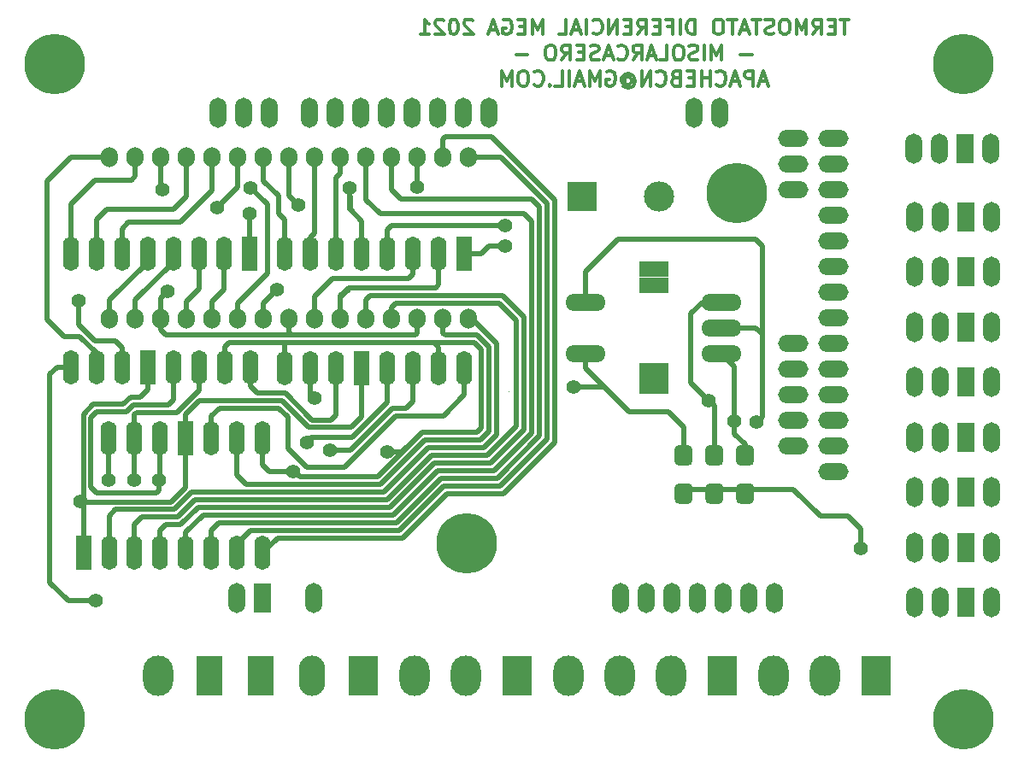
<source format=gbr>
%TF.GenerationSoftware,KiCad,Pcbnew,5.1.10*%
%TF.CreationDate,2021-09-04T21:06:35+02:00*%
%TF.ProjectId,Termostato-Diferencial-Mega,5465726d-6f73-4746-9174-6f2d44696665,rev?*%
%TF.SameCoordinates,PX9048090PY5896390*%
%TF.FileFunction,Copper,L2,Bot*%
%TF.FilePolarity,Positive*%
%FSLAX46Y46*%
G04 Gerber Fmt 4.6, Leading zero omitted, Abs format (unit mm)*
G04 Created by KiCad (PCBNEW 5.1.10) date 2021-09-04 21:06:35*
%MOMM*%
%LPD*%
G01*
G04 APERTURE LIST*
%TA.AperFunction,NonConductor*%
%ADD10C,0.300000*%
%TD*%
%TA.AperFunction,NonConductor*%
%ADD11C,0.100000*%
%TD*%
%TA.AperFunction,ComponentPad*%
%ADD12O,1.700000X3.000000*%
%TD*%
%TA.AperFunction,ComponentPad*%
%ADD13R,1.700000X3.000000*%
%TD*%
%TA.AperFunction,ComponentPad*%
%ADD14O,4.000000X1.700000*%
%TD*%
%TA.AperFunction,ComponentPad*%
%ADD15R,3.000000X1.500000*%
%TD*%
%TA.AperFunction,SMDPad,CuDef*%
%ADD16R,3.000000X1.500000*%
%TD*%
%TA.AperFunction,ComponentPad*%
%ADD17O,3.000000X1.700000*%
%TD*%
%TA.AperFunction,ComponentPad*%
%ADD18O,1.700000X2.000000*%
%TD*%
%TA.AperFunction,ComponentPad*%
%ADD19C,6.000000*%
%TD*%
%TA.AperFunction,SMDPad,CuDef*%
%ADD20O,1.600000X3.400000*%
%TD*%
%TA.AperFunction,SMDPad,CuDef*%
%ADD21R,1.600000X3.400000*%
%TD*%
%TA.AperFunction,ComponentPad*%
%ADD22R,3.000000X3.000000*%
%TD*%
%TA.AperFunction,ComponentPad*%
%ADD23O,3.000000X3.000000*%
%TD*%
%TA.AperFunction,ComponentPad*%
%ADD24O,3.000000X4.000000*%
%TD*%
%TA.AperFunction,ComponentPad*%
%ADD25R,2.600000X4.000000*%
%TD*%
%TA.AperFunction,ComponentPad*%
%ADD26O,2.600000X4.000000*%
%TD*%
%TA.AperFunction,ComponentPad*%
%ADD27R,3.000000X4.000000*%
%TD*%
%TA.AperFunction,ViaPad*%
%ADD28C,1.400000*%
%TD*%
%TA.AperFunction,Conductor*%
%ADD29C,0.500000*%
%TD*%
G04 APERTURE END LIST*
D10*
X33685714Y36901429D02*
X32828571Y36901429D01*
X33257142Y35401429D02*
X33257142Y36901429D01*
X32328571Y36187143D02*
X31828571Y36187143D01*
X31614285Y35401429D02*
X32328571Y35401429D01*
X32328571Y36901429D01*
X31614285Y36901429D01*
X30114285Y35401429D02*
X30614285Y36115715D01*
X30971428Y35401429D02*
X30971428Y36901429D01*
X30400000Y36901429D01*
X30257142Y36830000D01*
X30185714Y36758572D01*
X30114285Y36615715D01*
X30114285Y36401429D01*
X30185714Y36258572D01*
X30257142Y36187143D01*
X30400000Y36115715D01*
X30971428Y36115715D01*
X29471428Y35401429D02*
X29471428Y36901429D01*
X28971428Y35830000D01*
X28471428Y36901429D01*
X28471428Y35401429D01*
X27471428Y36901429D02*
X27185714Y36901429D01*
X27042857Y36830000D01*
X26900000Y36687143D01*
X26828571Y36401429D01*
X26828571Y35901429D01*
X26900000Y35615715D01*
X27042857Y35472858D01*
X27185714Y35401429D01*
X27471428Y35401429D01*
X27614285Y35472858D01*
X27757142Y35615715D01*
X27828571Y35901429D01*
X27828571Y36401429D01*
X27757142Y36687143D01*
X27614285Y36830000D01*
X27471428Y36901429D01*
X26257142Y35472858D02*
X26042857Y35401429D01*
X25685714Y35401429D01*
X25542857Y35472858D01*
X25471428Y35544286D01*
X25400000Y35687143D01*
X25400000Y35830000D01*
X25471428Y35972858D01*
X25542857Y36044286D01*
X25685714Y36115715D01*
X25971428Y36187143D01*
X26114285Y36258572D01*
X26185714Y36330000D01*
X26257142Y36472858D01*
X26257142Y36615715D01*
X26185714Y36758572D01*
X26114285Y36830000D01*
X25971428Y36901429D01*
X25614285Y36901429D01*
X25400000Y36830000D01*
X24971428Y36901429D02*
X24114285Y36901429D01*
X24542857Y35401429D02*
X24542857Y36901429D01*
X23685714Y35830000D02*
X22971428Y35830000D01*
X23828571Y35401429D02*
X23328571Y36901429D01*
X22828571Y35401429D01*
X22542857Y36901429D02*
X21685714Y36901429D01*
X22114285Y35401429D02*
X22114285Y36901429D01*
X20900000Y36901429D02*
X20614285Y36901429D01*
X20471428Y36830000D01*
X20328571Y36687143D01*
X20257142Y36401429D01*
X20257142Y35901429D01*
X20328571Y35615715D01*
X20471428Y35472858D01*
X20614285Y35401429D01*
X20900000Y35401429D01*
X21042857Y35472858D01*
X21185714Y35615715D01*
X21257142Y35901429D01*
X21257142Y36401429D01*
X21185714Y36687143D01*
X21042857Y36830000D01*
X20900000Y36901429D01*
X18471428Y35401429D02*
X18471428Y36901429D01*
X18114285Y36901429D01*
X17900000Y36830000D01*
X17757142Y36687143D01*
X17685714Y36544286D01*
X17614285Y36258572D01*
X17614285Y36044286D01*
X17685714Y35758572D01*
X17757142Y35615715D01*
X17900000Y35472858D01*
X18114285Y35401429D01*
X18471428Y35401429D01*
X16971428Y35401429D02*
X16971428Y36901429D01*
X15757142Y36187143D02*
X16257142Y36187143D01*
X16257142Y35401429D02*
X16257142Y36901429D01*
X15542857Y36901429D01*
X14971428Y36187143D02*
X14471428Y36187143D01*
X14257142Y35401429D02*
X14971428Y35401429D01*
X14971428Y36901429D01*
X14257142Y36901429D01*
X12757142Y35401429D02*
X13257142Y36115715D01*
X13614285Y35401429D02*
X13614285Y36901429D01*
X13042857Y36901429D01*
X12900000Y36830000D01*
X12828571Y36758572D01*
X12757142Y36615715D01*
X12757142Y36401429D01*
X12828571Y36258572D01*
X12900000Y36187143D01*
X13042857Y36115715D01*
X13614285Y36115715D01*
X12114285Y36187143D02*
X11614285Y36187143D01*
X11400000Y35401429D02*
X12114285Y35401429D01*
X12114285Y36901429D01*
X11400000Y36901429D01*
X10757142Y35401429D02*
X10757142Y36901429D01*
X9900000Y35401429D01*
X9900000Y36901429D01*
X8328571Y35544286D02*
X8400000Y35472858D01*
X8614285Y35401429D01*
X8757142Y35401429D01*
X8971428Y35472858D01*
X9114285Y35615715D01*
X9185714Y35758572D01*
X9257142Y36044286D01*
X9257142Y36258572D01*
X9185714Y36544286D01*
X9114285Y36687143D01*
X8971428Y36830000D01*
X8757142Y36901429D01*
X8614285Y36901429D01*
X8400000Y36830000D01*
X8328571Y36758572D01*
X7685714Y35401429D02*
X7685714Y36901429D01*
X7042857Y35830000D02*
X6328571Y35830000D01*
X7185714Y35401429D02*
X6685714Y36901429D01*
X6185714Y35401429D01*
X4971428Y35401429D02*
X5685714Y35401429D01*
X5685714Y36901429D01*
X3328571Y35401429D02*
X3328571Y36901429D01*
X2828571Y35830000D01*
X2328571Y36901429D01*
X2328571Y35401429D01*
X1614285Y36187143D02*
X1114285Y36187143D01*
X900000Y35401429D02*
X1614285Y35401429D01*
X1614285Y36901429D01*
X900000Y36901429D01*
X-528572Y36830000D02*
X-385715Y36901429D01*
X-171429Y36901429D01*
X42857Y36830000D01*
X185714Y36687143D01*
X257142Y36544286D01*
X328571Y36258572D01*
X328571Y36044286D01*
X257142Y35758572D01*
X185714Y35615715D01*
X42857Y35472858D01*
X-171429Y35401429D01*
X-314286Y35401429D01*
X-528572Y35472858D01*
X-600000Y35544286D01*
X-600000Y36044286D01*
X-314286Y36044286D01*
X-1171429Y35830000D02*
X-1885715Y35830000D01*
X-1028572Y35401429D02*
X-1528572Y36901429D01*
X-2028572Y35401429D01*
X-3600000Y36758572D02*
X-3671429Y36830000D01*
X-3814286Y36901429D01*
X-4171429Y36901429D01*
X-4314286Y36830000D01*
X-4385715Y36758572D01*
X-4457143Y36615715D01*
X-4457143Y36472858D01*
X-4385715Y36258572D01*
X-3528572Y35401429D01*
X-4457143Y35401429D01*
X-5385715Y36901429D02*
X-5528572Y36901429D01*
X-5671429Y36830000D01*
X-5742858Y36758572D01*
X-5814286Y36615715D01*
X-5885715Y36330000D01*
X-5885715Y35972858D01*
X-5814286Y35687143D01*
X-5742858Y35544286D01*
X-5671429Y35472858D01*
X-5528572Y35401429D01*
X-5385715Y35401429D01*
X-5242858Y35472858D01*
X-5171429Y35544286D01*
X-5100000Y35687143D01*
X-5028572Y35972858D01*
X-5028572Y36330000D01*
X-5100000Y36615715D01*
X-5171429Y36758572D01*
X-5242858Y36830000D01*
X-5385715Y36901429D01*
X-6457143Y36758572D02*
X-6528572Y36830000D01*
X-6671429Y36901429D01*
X-7028572Y36901429D01*
X-7171429Y36830000D01*
X-7242858Y36758572D01*
X-7314286Y36615715D01*
X-7314286Y36472858D01*
X-7242858Y36258572D01*
X-6385715Y35401429D01*
X-7314286Y35401429D01*
X-8742858Y35401429D02*
X-7885715Y35401429D01*
X-8314286Y35401429D02*
X-8314286Y36901429D01*
X-8171429Y36687143D01*
X-8028572Y36544286D01*
X-7885715Y36472858D01*
X24078571Y33422858D02*
X22935714Y33422858D01*
X21078571Y32851429D02*
X21078571Y34351429D01*
X20578571Y33280000D01*
X20078571Y34351429D01*
X20078571Y32851429D01*
X19364285Y32851429D02*
X19364285Y34351429D01*
X18721428Y32922858D02*
X18507142Y32851429D01*
X18150000Y32851429D01*
X18007142Y32922858D01*
X17935714Y32994286D01*
X17864285Y33137143D01*
X17864285Y33280000D01*
X17935714Y33422858D01*
X18007142Y33494286D01*
X18150000Y33565715D01*
X18435714Y33637143D01*
X18578571Y33708572D01*
X18650000Y33780000D01*
X18721428Y33922858D01*
X18721428Y34065715D01*
X18650000Y34208572D01*
X18578571Y34280000D01*
X18435714Y34351429D01*
X18078571Y34351429D01*
X17864285Y34280000D01*
X16935714Y34351429D02*
X16650000Y34351429D01*
X16507142Y34280000D01*
X16364285Y34137143D01*
X16292857Y33851429D01*
X16292857Y33351429D01*
X16364285Y33065715D01*
X16507142Y32922858D01*
X16650000Y32851429D01*
X16935714Y32851429D01*
X17078571Y32922858D01*
X17221428Y33065715D01*
X17292857Y33351429D01*
X17292857Y33851429D01*
X17221428Y34137143D01*
X17078571Y34280000D01*
X16935714Y34351429D01*
X14935714Y32851429D02*
X15650000Y32851429D01*
X15650000Y34351429D01*
X14507142Y33280000D02*
X13792857Y33280000D01*
X14650000Y32851429D02*
X14150000Y34351429D01*
X13650000Y32851429D01*
X12292857Y32851429D02*
X12792857Y33565715D01*
X13150000Y32851429D02*
X13150000Y34351429D01*
X12578571Y34351429D01*
X12435714Y34280000D01*
X12364285Y34208572D01*
X12292857Y34065715D01*
X12292857Y33851429D01*
X12364285Y33708572D01*
X12435714Y33637143D01*
X12578571Y33565715D01*
X13150000Y33565715D01*
X10792857Y32994286D02*
X10864285Y32922858D01*
X11078571Y32851429D01*
X11221428Y32851429D01*
X11435714Y32922858D01*
X11578571Y33065715D01*
X11650000Y33208572D01*
X11721428Y33494286D01*
X11721428Y33708572D01*
X11650000Y33994286D01*
X11578571Y34137143D01*
X11435714Y34280000D01*
X11221428Y34351429D01*
X11078571Y34351429D01*
X10864285Y34280000D01*
X10792857Y34208572D01*
X10221428Y33280000D02*
X9507142Y33280000D01*
X10364285Y32851429D02*
X9864285Y34351429D01*
X9364285Y32851429D01*
X8935714Y32922858D02*
X8721428Y32851429D01*
X8364285Y32851429D01*
X8221428Y32922858D01*
X8150000Y32994286D01*
X8078571Y33137143D01*
X8078571Y33280000D01*
X8150000Y33422858D01*
X8221428Y33494286D01*
X8364285Y33565715D01*
X8650000Y33637143D01*
X8792857Y33708572D01*
X8864285Y33780000D01*
X8935714Y33922858D01*
X8935714Y34065715D01*
X8864285Y34208572D01*
X8792857Y34280000D01*
X8650000Y34351429D01*
X8292857Y34351429D01*
X8078571Y34280000D01*
X7435714Y33637143D02*
X6935714Y33637143D01*
X6721428Y32851429D02*
X7435714Y32851429D01*
X7435714Y34351429D01*
X6721428Y34351429D01*
X5221428Y32851429D02*
X5721428Y33565715D01*
X6078571Y32851429D02*
X6078571Y34351429D01*
X5507142Y34351429D01*
X5364285Y34280000D01*
X5292857Y34208572D01*
X5221428Y34065715D01*
X5221428Y33851429D01*
X5292857Y33708572D01*
X5364285Y33637143D01*
X5507142Y33565715D01*
X6078571Y33565715D01*
X4292857Y34351429D02*
X4007142Y34351429D01*
X3864285Y34280000D01*
X3721428Y34137143D01*
X3650000Y33851429D01*
X3650000Y33351429D01*
X3721428Y33065715D01*
X3864285Y32922858D01*
X4007142Y32851429D01*
X4292857Y32851429D01*
X4435714Y32922858D01*
X4578571Y33065715D01*
X4650000Y33351429D01*
X4650000Y33851429D01*
X4578571Y34137143D01*
X4435714Y34280000D01*
X4292857Y34351429D01*
X1864285Y33422858D02*
X721428Y33422858D01*
X25578571Y30730000D02*
X24864285Y30730000D01*
X25721428Y30301429D02*
X25221428Y31801429D01*
X24721428Y30301429D01*
X24221428Y30301429D02*
X24221428Y31801429D01*
X23650000Y31801429D01*
X23507142Y31730000D01*
X23435714Y31658572D01*
X23364285Y31515715D01*
X23364285Y31301429D01*
X23435714Y31158572D01*
X23507142Y31087143D01*
X23650000Y31015715D01*
X24221428Y31015715D01*
X22792857Y30730000D02*
X22078571Y30730000D01*
X22935714Y30301429D02*
X22435714Y31801429D01*
X21935714Y30301429D01*
X20578571Y30444286D02*
X20650000Y30372858D01*
X20864285Y30301429D01*
X21007142Y30301429D01*
X21221428Y30372858D01*
X21364285Y30515715D01*
X21435714Y30658572D01*
X21507142Y30944286D01*
X21507142Y31158572D01*
X21435714Y31444286D01*
X21364285Y31587143D01*
X21221428Y31730000D01*
X21007142Y31801429D01*
X20864285Y31801429D01*
X20650000Y31730000D01*
X20578571Y31658572D01*
X19935714Y30301429D02*
X19935714Y31801429D01*
X19935714Y31087143D02*
X19078571Y31087143D01*
X19078571Y30301429D02*
X19078571Y31801429D01*
X18364285Y31087143D02*
X17864285Y31087143D01*
X17650000Y30301429D02*
X18364285Y30301429D01*
X18364285Y31801429D01*
X17650000Y31801429D01*
X16507142Y31087143D02*
X16292857Y31015715D01*
X16221428Y30944286D01*
X16150000Y30801429D01*
X16150000Y30587143D01*
X16221428Y30444286D01*
X16292857Y30372858D01*
X16435714Y30301429D01*
X17007142Y30301429D01*
X17007142Y31801429D01*
X16507142Y31801429D01*
X16364285Y31730000D01*
X16292857Y31658572D01*
X16221428Y31515715D01*
X16221428Y31372858D01*
X16292857Y31230000D01*
X16364285Y31158572D01*
X16507142Y31087143D01*
X17007142Y31087143D01*
X14650000Y30444286D02*
X14721428Y30372858D01*
X14935714Y30301429D01*
X15078571Y30301429D01*
X15292857Y30372858D01*
X15435714Y30515715D01*
X15507142Y30658572D01*
X15578571Y30944286D01*
X15578571Y31158572D01*
X15507142Y31444286D01*
X15435714Y31587143D01*
X15292857Y31730000D01*
X15078571Y31801429D01*
X14935714Y31801429D01*
X14721428Y31730000D01*
X14650000Y31658572D01*
X14007142Y30301429D02*
X14007142Y31801429D01*
X13150000Y30301429D01*
X13150000Y31801429D01*
X11507142Y31015715D02*
X11578571Y31087143D01*
X11721428Y31158572D01*
X11864285Y31158572D01*
X12007142Y31087143D01*
X12078571Y31015715D01*
X12150000Y30872858D01*
X12150000Y30730000D01*
X12078571Y30587143D01*
X12007142Y30515715D01*
X11864285Y30444286D01*
X11721428Y30444286D01*
X11578571Y30515715D01*
X11507142Y30587143D01*
X11507142Y31158572D02*
X11507142Y30587143D01*
X11435714Y30515715D01*
X11364285Y30515715D01*
X11221428Y30587143D01*
X11150000Y30730000D01*
X11150000Y31087143D01*
X11292857Y31301429D01*
X11507142Y31444286D01*
X11792857Y31515715D01*
X12078571Y31444286D01*
X12292857Y31301429D01*
X12435714Y31087143D01*
X12507142Y30801429D01*
X12435714Y30515715D01*
X12292857Y30301429D01*
X12078571Y30158572D01*
X11792857Y30087143D01*
X11507142Y30158572D01*
X11292857Y30301429D01*
X9721428Y31730000D02*
X9864285Y31801429D01*
X10078571Y31801429D01*
X10292857Y31730000D01*
X10435714Y31587143D01*
X10507142Y31444286D01*
X10578571Y31158572D01*
X10578571Y30944286D01*
X10507142Y30658572D01*
X10435714Y30515715D01*
X10292857Y30372858D01*
X10078571Y30301429D01*
X9935714Y30301429D01*
X9721428Y30372858D01*
X9650000Y30444286D01*
X9650000Y30944286D01*
X9935714Y30944286D01*
X9007142Y30301429D02*
X9007142Y31801429D01*
X8507142Y30730000D01*
X8007142Y31801429D01*
X8007142Y30301429D01*
X7364285Y30730000D02*
X6650000Y30730000D01*
X7507142Y30301429D02*
X7007142Y31801429D01*
X6507142Y30301429D01*
X6007142Y30301429D02*
X6007142Y31801429D01*
X4578571Y30301429D02*
X5292857Y30301429D01*
X5292857Y31801429D01*
X4078571Y30444286D02*
X4007142Y30372858D01*
X4078571Y30301429D01*
X4150000Y30372858D01*
X4078571Y30444286D01*
X4078571Y30301429D01*
X2507142Y30444286D02*
X2578571Y30372858D01*
X2792857Y30301429D01*
X2935714Y30301429D01*
X3150000Y30372858D01*
X3292857Y30515715D01*
X3364285Y30658572D01*
X3435714Y30944286D01*
X3435714Y31158572D01*
X3364285Y31444286D01*
X3292857Y31587143D01*
X3150000Y31730000D01*
X2935714Y31801429D01*
X2792857Y31801429D01*
X2578571Y31730000D01*
X2507142Y31658572D01*
X1578571Y31801429D02*
X1292857Y31801429D01*
X1150000Y31730000D01*
X1007142Y31587143D01*
X935714Y31301429D01*
X935714Y30801429D01*
X1007142Y30515715D01*
X1150000Y30372858D01*
X1292857Y30301429D01*
X1578571Y30301429D01*
X1721428Y30372858D01*
X1864285Y30515715D01*
X1935714Y30801429D01*
X1935714Y31301429D01*
X1864285Y31587143D01*
X1721428Y31730000D01*
X1578571Y31801429D01*
X292857Y30301429D02*
X292857Y31801429D01*
X-207143Y30730000D01*
X-707143Y31801429D01*
X-707143Y30301429D01*
D11*
X50000Y0D02*
G75*
G03*
X50000Y0I-50000J0D01*
G01*
D12*
%TO.P,RELE-3-4,4*%
%TO.N,/PIN10-45*%
X40186400Y-15458900D03*
%TO.P,RELE-3-4,3*%
%TO.N,/PIN10-43*%
X42726400Y-15458900D03*
D13*
%TO.P,RELE-3-4,2*%
%TO.N,GND*%
X45266400Y-15458900D03*
D12*
%TO.P,RELE-3-4,1*%
%TO.N,VCC*%
X47806400Y-15458900D03*
%TD*%
%TO.P,RELE-1-2,4*%
%TO.N,/PIN10-49*%
X40186400Y-20919900D03*
%TO.P,RELE-1-2,3*%
%TO.N,/PIN10-47*%
X42726400Y-20919900D03*
D13*
%TO.P,RELE-1-2,2*%
%TO.N,GND*%
X45266400Y-20919900D03*
D12*
%TO.P,RELE-1-2,1*%
%TO.N,VCC*%
X47806400Y-20919900D03*
%TD*%
%TO.P,PINS5,8*%
%TO.N,Net-(PINS5-Pad8)*%
X-2008800Y27603500D03*
%TO.P,PINS5,7*%
%TO.N,Net-(PINS5-Pad7)*%
X-4548800Y27603500D03*
%TO.P,PINS5,6*%
%TO.N,/PIN5-6*%
X-7088800Y27603500D03*
%TO.P,PINS5,5*%
%TO.N,/PIN5-5*%
X-9628800Y27603500D03*
%TO.P,PINS5,4*%
%TO.N,/PIN5-4*%
X-12168800Y27603500D03*
%TO.P,PINS5,3*%
%TO.N,/PIN5-3*%
X-14708800Y27603500D03*
%TO.P,PINS5,2*%
%TO.N,/PIN5-2*%
X-17248800Y27603500D03*
%TO.P,PINS5,1*%
%TO.N,/PIN5-1*%
X-19788800Y27603500D03*
%TD*%
%TO.P,RELE-5-6,4*%
%TO.N,/PIN10-41*%
X40186400Y-9997900D03*
%TO.P,RELE-5-6,3*%
%TO.N,/PIN10-39*%
X42726400Y-9997900D03*
D13*
%TO.P,RELE-5-6,2*%
%TO.N,GND*%
X45266400Y-9997900D03*
D12*
%TO.P,RELE-5-6,1*%
%TO.N,VCC*%
X47806400Y-9997900D03*
%TD*%
%TO.P,RKC1,2*%
%TO.N,/PIN10-44*%
%TA.AperFunction,SMDPad,CuDef*%
G36*
G01*
X23883500Y-7320500D02*
X22910500Y-7320500D01*
G75*
G02*
X22522000Y-6932000I0J388500D01*
G01*
X22522000Y-5709000D01*
G75*
G02*
X22910500Y-5320500I388500J0D01*
G01*
X23883500Y-5320500D01*
G75*
G02*
X24272000Y-5709000I0J-388500D01*
G01*
X24272000Y-6932000D01*
G75*
G02*
X23883500Y-7320500I-388500J0D01*
G01*
G37*
%TD.AperFunction*%
%TO.P,RKC1,1*%
%TO.N,GND*%
%TA.AperFunction,SMDPad,CuDef*%
G36*
G01*
X23883500Y-11105500D02*
X22910500Y-11105500D01*
G75*
G02*
X22522000Y-10717000I0J388500D01*
G01*
X22522000Y-9494000D01*
G75*
G02*
X22910500Y-9105500I388500J0D01*
G01*
X23883500Y-9105500D01*
G75*
G02*
X24272000Y-9494000I0J-388500D01*
G01*
X24272000Y-10717000D01*
G75*
G02*
X23883500Y-11105500I-388500J0D01*
G01*
G37*
%TD.AperFunction*%
%TD*%
%TO.P,RKC2,2*%
%TO.N,/PIN10-42*%
%TA.AperFunction,SMDPad,CuDef*%
G36*
G01*
X20835500Y-7320500D02*
X19862500Y-7320500D01*
G75*
G02*
X19474000Y-6932000I0J388500D01*
G01*
X19474000Y-5709000D01*
G75*
G02*
X19862500Y-5320500I388500J0D01*
G01*
X20835500Y-5320500D01*
G75*
G02*
X21224000Y-5709000I0J-388500D01*
G01*
X21224000Y-6932000D01*
G75*
G02*
X20835500Y-7320500I-388500J0D01*
G01*
G37*
%TD.AperFunction*%
%TO.P,RKC2,1*%
%TO.N,GND*%
%TA.AperFunction,SMDPad,CuDef*%
G36*
G01*
X20835500Y-11105500D02*
X19862500Y-11105500D01*
G75*
G02*
X19474000Y-10717000I0J388500D01*
G01*
X19474000Y-9494000D01*
G75*
G02*
X19862500Y-9105500I388500J0D01*
G01*
X20835500Y-9105500D01*
G75*
G02*
X21224000Y-9494000I0J-388500D01*
G01*
X21224000Y-10717000D01*
G75*
G02*
X20835500Y-11105500I-388500J0D01*
G01*
G37*
%TD.AperFunction*%
%TD*%
%TO.P,RKO1,1*%
%TO.N,GND*%
%TA.AperFunction,SMDPad,CuDef*%
G36*
G01*
X17787500Y-11105500D02*
X16814500Y-11105500D01*
G75*
G02*
X16426000Y-10717000I0J388500D01*
G01*
X16426000Y-9494000D01*
G75*
G02*
X16814500Y-9105500I388500J0D01*
G01*
X17787500Y-9105500D01*
G75*
G02*
X18176000Y-9494000I0J-388500D01*
G01*
X18176000Y-10717000D01*
G75*
G02*
X17787500Y-11105500I-388500J0D01*
G01*
G37*
%TD.AperFunction*%
%TO.P,RKO1,2*%
%TO.N,/PIN10-40*%
%TA.AperFunction,SMDPad,CuDef*%
G36*
G01*
X17787500Y-7320500D02*
X16814500Y-7320500D01*
G75*
G02*
X16426000Y-6932000I0J388500D01*
G01*
X16426000Y-5709000D01*
G75*
G02*
X16814500Y-5320500I388500J0D01*
G01*
X17787500Y-5320500D01*
G75*
G02*
X18176000Y-5709000I0J-388500D01*
G01*
X18176000Y-6932000D01*
G75*
G02*
X17787500Y-7320500I-388500J0D01*
G01*
G37*
%TD.AperFunction*%
%TD*%
D14*
%TO.P,SW1,5*%
%TO.N,/PIN10-44*%
X21036000Y3750100D03*
%TO.P,SW1,4*%
%TO.N,VCC*%
X21026000Y6300100D03*
%TO.P,SW1,3*%
%TO.N,/PIN10-42*%
X21026000Y8840100D03*
%TO.P,SW1,2*%
%TO.N,VCC*%
X7596000Y8840100D03*
%TO.P,SW1,1*%
%TO.N,/PIN10-40*%
X7596000Y3750100D03*
D15*
%TO.P,SW1,S*%
%TO.N,N/C*%
X14376000Y500100D03*
X14376000Y12120100D03*
D16*
X14376000Y2080100D03*
X14376000Y10490100D03*
%TD*%
D12*
%TO.P,PINS3,8*%
%TO.N,/PIN3-8*%
X26291200Y-20481500D03*
%TO.P,PINS3,7*%
%TO.N,/PIN3-7*%
X23751200Y-20481500D03*
%TO.P,PINS3,6*%
%TO.N,/PIN3-6*%
X21211200Y-20481500D03*
%TO.P,PINS3,5*%
%TO.N,/PIN3-5*%
X18671200Y-20481500D03*
%TO.P,PINS3,4*%
%TO.N,/PIN3-4*%
X16131200Y-20481500D03*
%TO.P,PINS3,3*%
%TO.N,/PIN3-3*%
X13591200Y-20481500D03*
%TO.P,PINS3,2*%
%TO.N,/PIN3-2*%
X11051200Y-20481500D03*
%TD*%
%TO.P,PINS1,8*%
%TO.N,+9V*%
X-19308800Y-20481500D03*
D13*
%TO.P,PINS1,6*%
%TO.N,GND*%
X-24388800Y-20481500D03*
D12*
%TO.P,PINS1,5*%
%TO.N,VCC*%
X-26928800Y-20481500D03*
%TD*%
%TO.P,RELE-7-8,4*%
%TO.N,/PIN10-37*%
X40186400Y-4536900D03*
%TO.P,RELE-7-8,3*%
%TO.N,/PIN10-35*%
X42726400Y-4536900D03*
D13*
%TO.P,RELE-7-8,2*%
%TO.N,GND*%
X45266400Y-4536900D03*
D12*
%TO.P,RELE-7-8,1*%
%TO.N,VCC*%
X47806400Y-4536900D03*
%TD*%
%TO.P,RELE-9-10,4*%
%TO.N,/PIN10-33*%
X40186400Y924100D03*
%TO.P,RELE-9-10,3*%
%TO.N,/PIN10-31*%
X42726400Y924100D03*
D13*
%TO.P,RELE-9-10,2*%
%TO.N,GND*%
X45266400Y924100D03*
D12*
%TO.P,RELE-9-10,1*%
%TO.N,VCC*%
X47806400Y924100D03*
%TD*%
%TO.P,PANTALLA1,4*%
%TO.N,VCC*%
X47745400Y24037100D03*
D13*
%TO.P,PANTALLA1,3*%
%TO.N,GND*%
X45205400Y24037100D03*
D12*
%TO.P,PANTALLA1,2*%
%TO.N,/PIN6-7*%
X42665400Y24037100D03*
%TO.P,PANTALLA1,1*%
%TO.N,/PIN6-8*%
X40125400Y24037100D03*
%TD*%
%TO.P,RELE-15-16,4*%
%TO.N,/PIN10-22*%
X40186400Y17307100D03*
%TO.P,RELE-15-16,3*%
%TO.N,/PIN10-24*%
X42726400Y17307100D03*
D13*
%TO.P,RELE-15-16,2*%
%TO.N,GND*%
X45266400Y17307100D03*
D12*
%TO.P,RELE-15-16,1*%
%TO.N,VCC*%
X47806400Y17307100D03*
%TD*%
%TO.P,RELE-13-14,4*%
%TO.N,/PIN10-25*%
X40186400Y11846100D03*
%TO.P,RELE-13-14,3*%
%TO.N,/PIN10-23*%
X42726400Y11846100D03*
D13*
%TO.P,RELE-13-14,2*%
%TO.N,GND*%
X45266400Y11846100D03*
D12*
%TO.P,RELE-13-14,1*%
%TO.N,VCC*%
X47806400Y11846100D03*
%TD*%
%TO.P,RELE-11-12,4*%
%TO.N,/PIN10-29*%
X40186400Y6385100D03*
%TO.P,RELE-11-12,3*%
%TO.N,/PIN10-27*%
X42726400Y6385100D03*
D13*
%TO.P,RELE-11-12,2*%
%TO.N,GND*%
X45266400Y6385100D03*
D12*
%TO.P,RELE-11-12,1*%
%TO.N,VCC*%
X47806400Y6385100D03*
%TD*%
D17*
%TO.P,PIN10,49*%
%TO.N,/PIN10-49*%
X32110000Y-7910000D03*
%TO.P,PIN10,46*%
%TO.N,/PIN10-46*%
X28170000Y-5370000D03*
%TO.P,PIN10,47*%
%TO.N,/PIN10-47*%
X32110000Y-5370000D03*
%TO.P,PIN10,44*%
%TO.N,/PIN10-44*%
X28170000Y-2830000D03*
%TO.P,PIN10,45*%
%TO.N,/PIN10-45*%
X32110000Y-2830000D03*
%TO.P,PIN10,42*%
%TO.N,/PIN10-42*%
X28170000Y-290000D03*
%TO.P,PIN10,43*%
%TO.N,/PIN10-43*%
X32110000Y-290000D03*
%TO.P,PIN10,40*%
%TO.N,/PIN10-40*%
X28170000Y2250000D03*
%TO.P,PIN10,41*%
%TO.N,/PIN10-41*%
X32110000Y2250000D03*
%TO.P,PIN10,38*%
%TO.N,/PIN10-38*%
X28170000Y4790000D03*
%TO.P,PIN10,39*%
%TO.N,/PIN10-39*%
X32110000Y4790000D03*
%TO.P,PIN10,37*%
%TO.N,/PIN10-37*%
X32110000Y7330000D03*
%TO.P,PIN10,35*%
%TO.N,/PIN10-35*%
X32110000Y9870000D03*
%TO.P,PIN10,33*%
%TO.N,/PIN10-33*%
X32110000Y12410000D03*
%TO.P,PIN10,31*%
%TO.N,/PIN10-31*%
X32110000Y14950000D03*
%TO.P,PIN10,29*%
%TO.N,/PIN10-29*%
X32110000Y17490000D03*
%TO.P,PIN10,27*%
%TO.N,/PIN10-27*%
X32110000Y20030000D03*
%TO.P,PIN10,24*%
%TO.N,/PIN10-24*%
X28170000Y22570000D03*
%TO.P,PIN10,25*%
%TO.N,/PIN10-25*%
X32110000Y22570000D03*
%TO.P,PIN10,22*%
%TO.N,/PIN10-22*%
X28170000Y25110000D03*
%TO.P,PIN10,23*%
%TO.N,/PIN10-23*%
X32110000Y25110000D03*
%TO.P,PIN10,26*%
%TO.N,/PIN10-26*%
X28170000Y20030000D03*
%TD*%
D12*
%TO.P,PINS6,8*%
%TO.N,/PIN6-8*%
X20861200Y27603500D03*
%TO.P,PINS6,7*%
%TO.N,/PIN6-7*%
X18321200Y27603500D03*
%TD*%
D18*
%TO.P,P2,15*%
%TO.N,/DX24*%
X-3978800Y7240500D03*
%TO.P,P2,14*%
%TO.N,/DX23*%
X-6518800Y7240500D03*
%TO.P,P2,13*%
%TO.N,/PIN5-6*%
X-9058800Y7240500D03*
%TO.P,P2,12*%
%TO.N,/DX22*%
X-11598800Y7240500D03*
%TO.P,P2,11*%
%TO.N,/DX21*%
X-14138800Y7240500D03*
%TO.P,P2,10*%
%TO.N,/DX20*%
X-16678800Y7240500D03*
%TO.P,P2,9*%
%TO.N,/DX19*%
X-19218800Y7240500D03*
%TO.P,P2,8*%
%TO.N,/PIN5-6*%
X-21758800Y7240500D03*
%TO.P,P2,7*%
%TO.N,/DX18*%
X-24298800Y7240500D03*
%TO.P,P2,6*%
%TO.N,/DX17*%
X-26838800Y7240500D03*
%TO.P,P2,5*%
%TO.N,/DX16*%
X-29378800Y7240500D03*
%TO.P,P2,4*%
%TO.N,/DX15*%
X-31918800Y7240500D03*
%TO.P,P2,3*%
%TO.N,/PIN5-6*%
X-34458800Y7240500D03*
%TO.P,P2,2*%
%TO.N,/DX14*%
X-36998800Y7240500D03*
%TO.P,P2,1*%
%TO.N,/DX13*%
X-39538800Y7240500D03*
%TD*%
%TO.P,P1,15*%
%TO.N,/DX12*%
X-3978800Y23242500D03*
%TO.P,P1,14*%
%TO.N,/DX11*%
X-6518800Y23242500D03*
%TO.P,P1,13*%
%TO.N,/PIN5-6*%
X-9058800Y23242500D03*
%TO.P,P1,12*%
%TO.N,/DX10*%
X-11598800Y23242500D03*
%TO.P,P1,11*%
%TO.N,/DX9*%
X-14138800Y23242500D03*
%TO.P,P1,10*%
%TO.N,/DX8*%
X-16678800Y23242500D03*
%TO.P,P1,9*%
%TO.N,/DX7*%
X-19218800Y23242500D03*
%TO.P,P1,8*%
%TO.N,/PIN5-6*%
X-21758800Y23242500D03*
%TO.P,P1,7*%
%TO.N,/DX6*%
X-24298800Y23242500D03*
%TO.P,P1,6*%
%TO.N,/DX5*%
X-26838800Y23242500D03*
%TO.P,P1,5*%
%TO.N,/DX4*%
X-29378800Y23242500D03*
%TO.P,P1,4*%
%TO.N,/DX3*%
X-31918800Y23242500D03*
%TO.P,P1,3*%
%TO.N,/PIN5-6*%
X-34458800Y23242500D03*
%TO.P,P1,2*%
%TO.N,/DX2*%
X-36998800Y23242500D03*
%TO.P,P1,1*%
%TO.N,/DX1*%
X-39538800Y23242500D03*
%TD*%
D12*
%TO.P,PINS4,8*%
%TO.N,/PIN4-8*%
X-23718800Y27608500D03*
%TO.P,PINS4,7*%
%TO.N,/PIN4-7*%
X-26258800Y27608500D03*
%TO.P,PINS4,6*%
%TO.N,/PIN4-6*%
X-28798800Y27608500D03*
%TD*%
D19*
%TO.P,TORNILLO-1,1*%
%TO.N,N/C*%
X-44987200Y32490400D03*
%TD*%
D20*
%TO.P,U3,1*%
%TO.N,/DX11*%
X-24375800Y-15948400D03*
%TO.P,U3,2*%
%TO.N,/DX12*%
X-26915800Y-15948400D03*
%TO.P,U3,10*%
%TO.N,VCC*%
X-39625800Y-4658400D03*
%TO.P,U3,3*%
%TO.N,/DX10*%
X-29455800Y-15948400D03*
%TO.P,U3,11*%
%TO.N,/PIN3-4*%
X-37085800Y-4658400D03*
%TO.P,U3,4*%
%TO.N,/DX9*%
X-31995800Y-15948400D03*
%TO.P,U3,12*%
%TO.N,/PIN3-3*%
X-34545800Y-4658400D03*
%TO.P,U3,5*%
%TO.N,/DX21*%
X-34535800Y-15948400D03*
D21*
%TO.P,U3,13*%
%TO.N,GND*%
X-32005800Y-4658400D03*
D20*
%TO.P,U3,6*%
%TO.N,/DX22*%
X-37075800Y-15948400D03*
%TO.P,U3,14*%
%TO.N,Net-(U2-Pad9)*%
X-29465800Y-4658400D03*
%TO.P,U3,7*%
%TO.N,/DX24*%
X-39605800Y-15948400D03*
%TO.P,U3,15*%
%TO.N,/DX23*%
X-26925800Y-4658400D03*
D21*
%TO.P,U3,8*%
%TO.N,GND*%
X-42145800Y-15943400D03*
D20*
%TO.P,U3,16*%
%TO.N,VCC*%
X-24385800Y-4658400D03*
%TD*%
%TO.P,U2,16*%
%TO.N,VCC*%
X-22190600Y2358900D03*
D21*
%TO.P,U2,8*%
%TO.N,GND*%
X-4430600Y13643900D03*
D20*
%TO.P,U2,15*%
%TO.N,/DX5*%
X-19650600Y2358900D03*
%TO.P,U2,7*%
%TO.N,/DX20*%
X-6970600Y13648900D03*
%TO.P,U2,14*%
%TO.N,Net-(U1-Pad9)*%
X-17110600Y2358900D03*
%TO.P,U2,6*%
%TO.N,/DX19*%
X-9500600Y13648900D03*
D21*
%TO.P,U2,13*%
%TO.N,GND*%
X-14570600Y2358900D03*
D20*
%TO.P,U2,5*%
%TO.N,/DX18*%
X-12040600Y13648900D03*
%TO.P,U2,12*%
%TO.N,/PIN3-3*%
X-12030600Y2358900D03*
%TO.P,U2,4*%
%TO.N,/DX17*%
X-14580600Y13648900D03*
%TO.P,U2,11*%
%TO.N,/PIN3-4*%
X-9490600Y2358900D03*
%TO.P,U2,3*%
%TO.N,/DX8*%
X-17120600Y13648900D03*
%TO.P,U2,10*%
%TO.N,VCC*%
X-6950600Y2358900D03*
%TO.P,U2,2*%
%TO.N,/DX7*%
X-19660600Y13648900D03*
%TO.P,U2,9*%
%TO.N,Net-(U2-Pad9)*%
X-4410600Y2358900D03*
%TO.P,U2,1*%
%TO.N,/DX6*%
X-22200600Y13648900D03*
%TD*%
%TO.P,U1,16*%
%TO.N,VCC*%
X-43399600Y2409700D03*
D21*
%TO.P,U1,8*%
%TO.N,GND*%
X-25639600Y13694700D03*
D20*
%TO.P,U1,15*%
%TO.N,/DX1*%
X-40859600Y2409700D03*
%TO.P,U1,7*%
%TO.N,/DX16*%
X-28179600Y13699700D03*
%TO.P,U1,14*%
%TO.N,/PIN3-5*%
X-38319600Y2409700D03*
%TO.P,U1,6*%
%TO.N,/DX15*%
X-30709600Y13699700D03*
D21*
%TO.P,U1,13*%
%TO.N,GND*%
X-35779600Y2409700D03*
D20*
%TO.P,U1,5*%
%TO.N,/DX14*%
X-33249600Y13699700D03*
%TO.P,U1,12*%
%TO.N,/PIN3-3*%
X-33239600Y2409700D03*
%TO.P,U1,4*%
%TO.N,/DX13*%
X-35789600Y13699700D03*
%TO.P,U1,11*%
%TO.N,/PIN3-4*%
X-30699600Y2409700D03*
%TO.P,U1,3*%
%TO.N,/DX4*%
X-38329600Y13699700D03*
%TO.P,U1,10*%
%TO.N,VCC*%
X-28159600Y2409700D03*
%TO.P,U1,2*%
%TO.N,/DX3*%
X-40869600Y13699700D03*
%TO.P,U1,9*%
%TO.N,Net-(U1-Pad9)*%
X-25619600Y2409700D03*
%TO.P,U1,1*%
%TO.N,/DX2*%
X-43409600Y13699700D03*
%TD*%
D22*
%TO.P,SP1,2*%
%TO.N,GND*%
X7262000Y19367000D03*
D23*
%TO.P,SP1,1*%
%TO.N,/PIN10-38*%
X14862000Y19367000D03*
%TD*%
D24*
%TO.P,J1,15*%
%TO.N,/PIN3-2*%
X-34747600Y-28185500D03*
D25*
%TO.P,J1,14*%
%TO.N,GND*%
X-29667600Y-28185500D03*
%TO.P,J1,13*%
%TO.N,VCC*%
X-24587600Y-28185500D03*
D26*
%TO.P,J1,12*%
%TO.N,/PIN3-2*%
X-19507600Y-28185500D03*
D27*
%TO.P,J1,11*%
%TO.N,GND*%
X-14427600Y-28185500D03*
D24*
%TO.P,J1,10*%
%TO.N,VCC*%
X-9347600Y-28185500D03*
%TO.P,J1,9*%
%TO.N,/PIN3-2*%
X-4267600Y-28185500D03*
D27*
%TO.P,J1,8*%
%TO.N,GND*%
X812400Y-28185500D03*
D24*
%TO.P,J1,7*%
%TO.N,VCC*%
X5892400Y-28185500D03*
%TO.P,J1,6*%
%TO.N,/PIN3-6*%
X10972400Y-28185500D03*
%TO.P,J1,5*%
%TO.N,/PIN3-7*%
X16052400Y-28185500D03*
D27*
%TO.P,J1,4*%
%TO.N,GND*%
X21132400Y-28185500D03*
D24*
%TO.P,J1,3*%
%TO.N,+9V*%
X26212400Y-28185500D03*
%TO.P,J1,2*%
%TO.N,/PIN3-8*%
X31292400Y-28185500D03*
D27*
%TO.P,J1,1*%
%TO.N,GND*%
X36372400Y-28185500D03*
%TD*%
D19*
%TO.P,TORNILLO-5,1*%
%TO.N,N/C*%
X-44987200Y-32490400D03*
%TD*%
%TO.P,TORNILLO-6,1*%
%TO.N,N/C*%
X44987200Y-32490400D03*
%TD*%
%TO.P,TORNILLO-4,1*%
%TO.N,N/C*%
X-4166000Y-15052400D03*
%TD*%
%TO.P,TORNILLO-2,1*%
%TO.N,N/C*%
X44987200Y32490400D03*
%TD*%
%TO.P,TORNILLO-3,1*%
%TO.N,N/C*%
X22549000Y19675000D03*
%TD*%
D28*
%TO.N,VCC*%
X24540000Y-3040000D03*
X-39624000Y-8736600D03*
X-21349000Y-7967000D03*
X-40891000Y-20742000D03*
X-12030000Y-6020000D03*
%TO.N,GND*%
X-25640000Y17630000D03*
X-384000Y14460000D03*
X-42487000Y-10919000D03*
X34870000Y-15530000D03*
%TO.N,/DX5*%
X-28870000Y18270000D03*
X-19260000Y-650000D03*
%TO.N,/DX18*%
X-384000Y16420000D03*
X-22930000Y10120000D03*
%TO.N,/DX17*%
X-25562800Y20220000D03*
X-15740000Y20220000D03*
%TO.N,/PIN5-6*%
X-34340000Y19990000D03*
X-20850000Y18490000D03*
X-33780000Y9920000D03*
X-9060000Y20310000D03*
%TO.N,/PIN10-42*%
X19810000Y-900000D03*
%TO.N,/PIN10-40*%
X6420000Y420000D03*
%TO.N,/PIN10-44*%
X22330000Y-2960000D03*
%TO.N,/PIN3-5*%
X-42600000Y8990000D03*
%TO.N,/PIN3-4*%
X-37086000Y-8747000D03*
X-17710000Y-5786000D03*
%TO.N,/PIN3-3*%
X-20040000Y-5010000D03*
X-34650000Y-8758000D03*
%TD*%
D29*
%TO.N,VCC*%
X-28159600Y1962700D02*
X-28159600Y4407400D01*
X-28159600Y4407400D02*
X-27717000Y4850000D01*
X-27717000Y4850000D02*
X-23755000Y4850000D01*
X-39625800Y-4658400D02*
X-39625800Y-7141800D01*
X-22190600Y2358900D02*
X-22190600Y1100800D01*
X10820000Y15072000D02*
X7596000Y11848000D01*
X7596000Y11848000D02*
X7596000Y8840100D01*
X-39625800Y-8734800D02*
X-39624000Y-8736600D01*
X-39625800Y-4658400D02*
X-39625800Y-8734800D01*
X-24385800Y-4658400D02*
X-24385800Y-5194200D01*
X-23700000Y-7967000D02*
X-24385800Y-7281200D01*
X-21349000Y-7967000D02*
X-23700000Y-7967000D01*
X-24385800Y-7281200D02*
X-24385800Y-4658400D01*
X-10570646Y-6020000D02*
X-8608566Y-4057920D01*
X-12030000Y-6020000D02*
X-10570646Y-6020000D01*
X-21213000Y-7967000D02*
X-20713671Y-8466329D01*
X-21349000Y-7967000D02*
X-21213000Y-7967000D01*
X-20713671Y-8466329D02*
X-13016975Y-8466329D01*
X-8608567Y-4057921D02*
X-8157920Y-4057921D01*
X25094800Y10874800D02*
X25094800Y14415200D01*
X25094800Y10874800D02*
X25094800Y13525200D01*
X24438000Y15072000D02*
X19038000Y15072000D01*
X25094800Y14415200D02*
X24438000Y15072000D01*
X19038000Y15072000D02*
X10820000Y15072000D01*
X24479500Y6300100D02*
X25094800Y5684800D01*
X21026000Y6300100D02*
X24479500Y6300100D01*
X25094800Y5684800D02*
X25094800Y10874800D01*
X-8608566Y-4057920D02*
X-9025323Y-4474677D01*
X-9025323Y-4474677D02*
X-8608567Y-4057921D01*
X-13016975Y-8466329D02*
X-9025323Y-4474677D01*
X25094800Y-2485200D02*
X24540000Y-3040000D01*
X25094800Y-74800D02*
X25094800Y-2485200D01*
X25094800Y-74800D02*
X25094800Y5684800D01*
X-43668000Y-20742000D02*
X-40891000Y-20742000D01*
X-45490000Y-18920000D02*
X-43668000Y-20742000D01*
X-45490000Y1690000D02*
X-45490000Y-18920000D01*
X-44770300Y2409700D02*
X-45490000Y1690000D01*
X-43399600Y2409700D02*
X-44770300Y2409700D01*
X-4780000Y-4057920D02*
X-8608566Y-4057920D01*
X-3162080Y-4057920D02*
X-4780000Y-4057920D01*
X-2720000Y-3615840D02*
X-3162080Y-4057920D01*
X-2720000Y4140000D02*
X-2720000Y-3615840D01*
X-3430000Y4850000D02*
X-2720000Y4140000D01*
X-9060000Y4850000D02*
X-21500000Y4850000D01*
X-22190600Y4719400D02*
X-22060000Y4850000D01*
X-22190600Y2358900D02*
X-22190600Y4719400D01*
X-22060000Y4850000D02*
X-23755000Y4850000D01*
X-21500000Y4850000D02*
X-22060000Y4850000D01*
X-6950600Y4370600D02*
X-7430000Y4850000D01*
X-6950600Y2358900D02*
X-6950600Y4370600D01*
X-7430000Y4850000D02*
X-3430000Y4850000D01*
X-9060000Y4850000D02*
X-7430000Y4850000D01*
%TO.N,GND*%
X17301000Y-9675500D02*
X20349000Y-9675500D01*
X20349000Y-9675500D02*
X23397000Y-9675500D01*
X-42145800Y-11260200D02*
X-42487000Y-10919000D01*
X-42145800Y-15943400D02*
X-42145800Y-11260200D01*
X-33445991Y-10933270D02*
X-42472730Y-10933270D01*
X-32005800Y-4658400D02*
X-32005800Y-9493080D01*
X-32005800Y-9493080D02*
X-33445991Y-10933270D01*
X-42472730Y-10933270D02*
X-42487000Y-10919000D01*
X-32005800Y-4658400D02*
X-32005800Y-2785800D01*
X-4430600Y13643900D02*
X-2766100Y13643900D01*
X-1950000Y14460000D02*
X-384000Y14460000D01*
X-2766100Y13643900D02*
X-1950000Y14460000D01*
X-41182321Y-1275990D02*
X-42145800Y-2239469D01*
X-38209651Y-1275990D02*
X-41182321Y-1275990D01*
X-37481973Y-548312D02*
X-38209651Y-1275990D01*
X-42145800Y-3245800D02*
X-42145800Y-11260200D01*
X-42145800Y-2239469D02*
X-42145800Y-3245800D01*
X-36537611Y-548311D02*
X-37481973Y-548312D01*
X-35779600Y209700D02*
X-36537611Y-548311D01*
X-35779600Y2409700D02*
X-35779600Y209700D01*
X34870000Y-13610000D02*
X34870000Y-15530000D01*
X30880000Y-12360000D02*
X33620000Y-12360000D01*
X33620000Y-12360000D02*
X34870000Y-13610000D01*
X28195500Y-9675500D02*
X30880000Y-12360000D01*
X23397000Y-9675500D02*
X28195500Y-9675500D01*
X-25639600Y17629600D02*
X-25640000Y17630000D01*
X-25639600Y13694700D02*
X-25639600Y17629600D01*
X-30670010Y-912010D02*
X-32005800Y-2247800D01*
X-22454320Y-912010D02*
X-30670010Y-912010D01*
X-32005800Y-2247800D02*
X-32005800Y-4658400D01*
X-19806332Y-3560000D02*
X-22454320Y-912010D01*
X-15609746Y-3560000D02*
X-19806332Y-3560000D01*
X-14570600Y-2520854D02*
X-15609746Y-3560000D01*
X-14570600Y2358900D02*
X-14570600Y-2520854D01*
%TO.N,Net-(U1-Pad9)*%
X-24891000Y-158000D02*
X-25619600Y570600D01*
X-25619600Y570600D02*
X-25619600Y2409700D01*
X-22142000Y-158000D02*
X-24891000Y-158000D01*
X-19494012Y-2805990D02*
X-22142000Y-158000D01*
X-17600000Y-2805990D02*
X-19494012Y-2805990D01*
X-17110600Y-2316590D02*
X-17600000Y-2805990D01*
X-17110600Y2358900D02*
X-17110600Y-2316590D01*
%TO.N,Net-(U2-Pad9)*%
X-29465800Y-2458400D02*
X-29465800Y-4658400D01*
X-28673420Y-1666020D02*
X-29465800Y-2458400D01*
X-21886330Y-5623670D02*
X-21886330Y-2546330D01*
X-22766640Y-1666020D02*
X-28673420Y-1666020D01*
X-20030000Y-7480000D02*
X-21886330Y-5623670D01*
X-21886330Y-2546330D02*
X-22766640Y-1666020D01*
X-16321008Y-7480000D02*
X-20030000Y-7480000D01*
X-11221008Y-2380000D02*
X-16321008Y-7480000D01*
X-6480000Y-2380000D02*
X-11221008Y-2380000D01*
X-4410600Y-310600D02*
X-6480000Y-2380000D01*
X-4410600Y2358900D02*
X-4410600Y-310600D01*
%TO.N,/DX12*%
X-855834Y-9335990D02*
X3762030Y-4718126D01*
X-6422321Y-9335990D02*
X-855834Y-9335990D01*
X-10830729Y-13744399D02*
X-6422321Y-9335990D01*
X-25579001Y-13744399D02*
X-10830729Y-13744399D01*
X-26915800Y-15081198D02*
X-25579001Y-13744399D01*
X-26915800Y-15948400D02*
X-26915800Y-15081198D01*
X3762030Y18674301D02*
X-806169Y23242500D01*
X-806169Y23242500D02*
X-3978800Y23242500D01*
X3762030Y-4718126D02*
X3762030Y18674301D01*
%TO.N,/DX11*%
X-6518800Y24981200D02*
X-6518800Y23242500D01*
X-6253490Y25246510D02*
X-6518800Y24981200D01*
X-10518409Y-14498409D02*
X-6110000Y-10090000D01*
X-543513Y-10090000D02*
X4516040Y-5030447D01*
X-22925809Y-14498409D02*
X-24375800Y-15948400D01*
X-22781591Y-14498409D02*
X-22925809Y-14498409D01*
X-22781591Y-14498409D02*
X-10518409Y-14498409D01*
X-6110000Y-10090000D02*
X-543513Y-10090000D01*
X4516040Y18986622D02*
X-1743848Y25246510D01*
X4516040Y-5030447D02*
X4516040Y18986622D01*
X-1743848Y25246510D02*
X-6253490Y25246510D01*
%TO.N,/DX10*%
X-29455800Y-15948400D02*
X-29455800Y-13748400D01*
X-1168155Y-8581980D02*
X3008020Y-4405805D01*
X3008020Y-4405805D02*
X3008020Y18361980D01*
X-29455800Y-13748400D02*
X-28697789Y-12990389D01*
X-28697789Y-12990389D02*
X-11143050Y-12990389D01*
X-11143050Y-12990389D02*
X-6734642Y-8581980D01*
X3008020Y18361980D02*
X2300000Y19070000D01*
X-6734642Y-8581980D02*
X-1168155Y-8581980D01*
X2300000Y19070000D02*
X-10660000Y19070000D01*
X-11598800Y20008800D02*
X-11598800Y23242500D01*
X-10660000Y19070000D02*
X-11598800Y20008800D01*
%TO.N,/DX9*%
X-31995800Y-13977000D02*
X-31995800Y-15948400D01*
X-11455371Y-12236379D02*
X-30255179Y-12236379D01*
X-7046963Y-7827970D02*
X-11455371Y-12236379D01*
X-30255179Y-12236379D02*
X-31995800Y-13977000D01*
X-1480476Y-7827970D02*
X-7046963Y-7827970D01*
X2254010Y-4093484D02*
X-1480476Y-7827970D01*
X2254010Y13644010D02*
X2254010Y16875990D01*
X2254010Y13644010D02*
X2254010Y-4093484D01*
X2254010Y16875990D02*
X1480000Y17650000D01*
X-870000Y17650000D02*
X-546131Y17650000D01*
X1480000Y17650000D02*
X-870000Y17650000D01*
X-14138800Y23242500D02*
X-14138800Y19028800D01*
X-12760000Y17650000D02*
X-870000Y17650000D01*
X-14138800Y19028800D02*
X-12760000Y17650000D01*
%TO.N,/DX8*%
X-16678800Y21661200D02*
X-16678800Y23242500D01*
X-17120600Y21219400D02*
X-16678800Y21661200D01*
X-17120600Y13648900D02*
X-17120600Y21219400D01*
%TO.N,/DX7*%
X-19218800Y15681200D02*
X-19660600Y15239400D01*
X-19660600Y15239400D02*
X-19660600Y12981900D01*
X-19218800Y23242500D02*
X-19218800Y15681200D01*
%TO.N,/DX6*%
X-22200600Y16391600D02*
X-22200600Y12981900D01*
X-24298800Y20872469D02*
X-22810000Y19383669D01*
X-24298800Y23242500D02*
X-24298800Y20872469D01*
X-22200600Y17030600D02*
X-22810000Y17640000D01*
X-22200600Y13648900D02*
X-22200600Y17030600D01*
X-22810000Y19383669D02*
X-22810000Y17640000D01*
%TO.N,/DX5*%
X-19650600Y-259400D02*
X-19260000Y-650000D01*
X-19650600Y2358900D02*
X-19650600Y-259400D01*
X-26838800Y23242500D02*
X-26838800Y20301200D01*
X-26838800Y20301200D02*
X-28870000Y18270000D01*
X-28870000Y18270000D02*
X-28870000Y18378000D01*
%TO.N,/DX4*%
X-38325969Y13256331D02*
X-38329600Y13252700D01*
X-29378800Y23242500D02*
X-29378800Y19931200D01*
X-29378800Y19931200D02*
X-32550000Y16760000D01*
X-37719200Y16760000D02*
X-38329600Y16149600D01*
X-38329600Y13699700D02*
X-38329600Y16149600D01*
X-32550000Y16760000D02*
X-37719200Y16760000D01*
%TO.N,/DX3*%
X-40869600Y17044400D02*
X-40869600Y13699700D01*
X-39814000Y18100000D02*
X-40869600Y17044400D01*
X-31918800Y23242500D02*
X-31918800Y19361200D01*
X-33180000Y18100000D02*
X-39814000Y18100000D01*
X-31918800Y19361200D02*
X-33180000Y18100000D01*
%TO.N,/DX2*%
X-36998800Y21331200D02*
X-36998800Y23242500D01*
X-41010000Y20940000D02*
X-37390000Y20940000D01*
X-43409600Y18540400D02*
X-41010000Y20940000D01*
X-37390000Y20940000D02*
X-36998800Y21331200D01*
X-43409600Y13252700D02*
X-43409600Y18540400D01*
%TO.N,/DX1*%
X-45750000Y20830000D02*
X-43337500Y23242500D01*
X-45750000Y7180000D02*
X-45750000Y20830000D01*
X-44040000Y5470000D02*
X-45750000Y7180000D01*
X-42510000Y5470000D02*
X-44040000Y5470000D01*
X-43337500Y23242500D02*
X-39538800Y23242500D01*
X-40859600Y3819600D02*
X-42510000Y5470000D01*
X-40859600Y2409700D02*
X-40859600Y3819600D01*
%TO.N,/DX24*%
X-33133671Y-11687280D02*
X-39002480Y-11687280D01*
X-39002480Y-11687280D02*
X-39605800Y-12290600D01*
X-31420740Y-9974349D02*
X-33133671Y-11687280D01*
X-12392334Y-9974349D02*
X-31420740Y-9974349D01*
X-7983926Y-5565940D02*
X-12392334Y-9974349D01*
X-2455940Y-5565940D02*
X-7983926Y-5565940D01*
X-39605800Y-12290600D02*
X-39605800Y-15948400D01*
X-1211980Y4764642D02*
X-1211980Y-4321980D01*
X-1211980Y-4321980D02*
X-2455940Y-5565940D01*
X-3687839Y7240500D02*
X-1211980Y4764642D01*
X-3978800Y7240500D02*
X-3687839Y7240500D01*
%TO.N,/DX23*%
X-8296246Y-4811930D02*
X-12704654Y-9220339D01*
X-3227599Y-4811930D02*
X-8296246Y-4811930D01*
X-26009661Y-9220339D02*
X-26925800Y-8304200D01*
X-12704654Y-9220339D02*
X-26009661Y-9220339D01*
X-26925800Y-8304200D02*
X-26925800Y-4658400D01*
X-8737936Y-5253620D02*
X-8722158Y-5237843D01*
X-2849759Y-4811930D02*
X-8296247Y-4811930D01*
X-1965990Y-3928161D02*
X-2849759Y-4811930D01*
X-1965990Y4452321D02*
X-1965990Y-3928161D01*
X-8296247Y-4811930D02*
X-8737936Y-5253620D01*
X-3117679Y5604010D02*
X-1965990Y4452321D01*
X-6296523Y5604010D02*
X-3117679Y5604010D01*
X-6518800Y5826287D02*
X-6296523Y5604010D01*
X-6518800Y7240500D02*
X-6518800Y5826287D01*
%TO.N,/DX22*%
X-32821351Y-12441290D02*
X-36352890Y-12441290D01*
X-12080014Y-10728359D02*
X-31108419Y-10728359D01*
X-7671605Y-6319950D02*
X-12080014Y-10728359D01*
X-2105118Y-6319950D02*
X-7671605Y-6319950D01*
X745990Y7057680D02*
X745990Y-3468842D01*
X-940831Y8744501D02*
X745990Y7057680D01*
X-11204699Y8744501D02*
X-940831Y8744501D01*
X-31108419Y-10728359D02*
X-32821351Y-12441290D01*
X-11598800Y8350400D02*
X-11204699Y8744501D01*
X-37075800Y-13164200D02*
X-37075800Y-15948400D01*
X-36352890Y-12441290D02*
X-37075800Y-13164200D01*
X745990Y-3468842D02*
X-2105118Y-6319950D01*
X-11598800Y7240500D02*
X-11598800Y8350400D01*
%TO.N,/DX21*%
X-34535800Y-13748400D02*
X-34535800Y-15948400D01*
X-33982700Y-13195300D02*
X-34535800Y-13748400D01*
X-32509031Y-13195300D02*
X-33982700Y-13195300D01*
X-30796099Y-11482369D02*
X-32509031Y-13195300D01*
X-7359284Y-7073960D02*
X-11767692Y-11482369D01*
X-1792797Y-7073960D02*
X-7359284Y-7073960D01*
X1500000Y-3781163D02*
X-1792797Y-7073960D01*
X1500000Y7370000D02*
X1500000Y-3781163D01*
X-13701889Y9498511D02*
X-628511Y9498511D01*
X-11767692Y-11482369D02*
X-30796099Y-11482369D01*
X-628511Y9498511D02*
X1500000Y7370000D01*
X-14138800Y9061600D02*
X-13701889Y9498511D01*
X-14138800Y7240500D02*
X-14138800Y9061600D01*
%TO.N,/DX20*%
X-16678800Y7240500D02*
X-16678800Y9368800D01*
X-16678800Y9368800D02*
X-15896600Y10151000D01*
X-16678800Y9518800D02*
X-16678800Y7240500D01*
X-6970600Y10594400D02*
X-7264000Y10301000D01*
X-15896600Y10301000D02*
X-16678800Y9518800D01*
X-7264000Y10301000D02*
X-15896600Y10301000D01*
X-6970600Y13648900D02*
X-6970600Y10594400D01*
%TO.N,/DX19*%
X-19218800Y9468000D02*
X-19218800Y7240500D01*
X-9500600Y13648900D02*
X-9500600Y11598900D01*
X-9500600Y11598900D02*
X-9894490Y11205010D01*
X-17481790Y11205010D02*
X-19218800Y9468000D01*
X-9894490Y11205010D02*
X-17481790Y11205010D01*
%TO.N,/DX18*%
X-12040600Y13648900D02*
X-12040600Y16024600D01*
X-11645200Y16420000D02*
X-12040600Y16024600D01*
X-24298800Y8751200D02*
X-22930000Y10120000D01*
X-24298800Y7240500D02*
X-24298800Y8751200D01*
X-384000Y16420000D02*
X-2220000Y16420000D01*
X-2220000Y16420000D02*
X-11645200Y16420000D01*
X-1710000Y16420000D02*
X-2220000Y16420000D01*
%TO.N,/DX17*%
X-15740000Y18080000D02*
X-15730000Y18070000D01*
X-15740000Y20220000D02*
X-15740000Y18080000D01*
X-15730000Y19320000D02*
X-15730000Y18070000D01*
X-23929000Y17053670D02*
X-23929000Y11679000D01*
X-25562800Y20220000D02*
X-23900000Y18557200D01*
X-23900000Y11708000D02*
X-24129000Y11479000D01*
X-23900000Y18557200D02*
X-23900000Y11708000D01*
X-24129000Y11479000D02*
X-23929000Y11679000D01*
X-26838800Y8769200D02*
X-24129000Y11479000D01*
X-26838800Y7240500D02*
X-26838800Y8769200D01*
X-14580600Y16920600D02*
X-15730000Y18070000D01*
X-14580600Y13648900D02*
X-14580600Y16920600D01*
%TO.N,/DX16*%
X-28179600Y13032700D02*
X-28179600Y10119400D01*
X-28179600Y10119400D02*
X-29378800Y8920200D01*
X-28179600Y13699700D02*
X-28179600Y10119400D01*
X-29378800Y7240500D02*
X-29378800Y8920200D01*
%TO.N,/DX15*%
X-31918800Y8950400D02*
X-30709600Y10159600D01*
X-31918800Y7240500D02*
X-31918800Y8950400D01*
X-30709600Y13699700D02*
X-30709600Y10159600D01*
%TO.N,/DX14*%
X-36998800Y9050500D02*
X-36998800Y8741200D01*
X-33249600Y12799700D02*
X-36998800Y9050500D01*
X-33249600Y13699700D02*
X-33249600Y12799700D01*
X-36998800Y8741200D02*
X-36998800Y7240500D01*
%TO.N,/DX13*%
X-35789600Y12799700D02*
X-39538800Y9050500D01*
X-39538800Y9050500D02*
X-39538800Y7240500D01*
X-35789600Y13699700D02*
X-35789600Y12799700D01*
%TO.N,/PIN5-6*%
X-9058800Y5783200D02*
X-9058800Y7240500D01*
X-9237990Y5604010D02*
X-9058800Y5783200D01*
X-21758800Y5850800D02*
X-21512010Y5604010D01*
X-21758800Y7240500D02*
X-21758800Y5850800D01*
X-21512010Y5604010D02*
X-9237990Y5604010D01*
X-34458800Y6096400D02*
X-34458800Y7240500D01*
X-33966410Y5604010D02*
X-34458800Y6096400D01*
X-21512010Y5604010D02*
X-33966410Y5604010D01*
X-21758800Y19398800D02*
X-20850000Y18490000D01*
X-21758800Y23242500D02*
X-21758800Y19398800D01*
X-34458800Y7240500D02*
X-34458800Y9241200D01*
X-34458800Y9241200D02*
X-33780000Y9920000D01*
X-9058800Y23242500D02*
X-9058800Y20311200D01*
X-9058800Y20311200D02*
X-9060000Y20310000D01*
X-34458800Y23242500D02*
X-34458800Y20108800D01*
X-34458800Y20108800D02*
X-34340000Y19990000D01*
%TO.N,/PIN10-42*%
X21026000Y8840100D02*
X19150100Y8840100D01*
X19150100Y8840100D02*
X18030000Y7720000D01*
X20349000Y-1439000D02*
X19810000Y-900000D01*
X20349000Y-6750500D02*
X20349000Y-1439000D01*
X18030000Y880000D02*
X19810000Y-900000D01*
X18030000Y2750000D02*
X18030000Y880000D01*
X18030000Y7720000D02*
X18030000Y2750000D01*
%TO.N,/PIN10-40*%
X17301000Y-6750500D02*
X17301000Y-3501000D01*
X17301000Y-3501000D02*
X15820000Y-2020000D01*
X15820000Y-2020000D02*
X11910000Y-2020000D01*
X9470000Y420000D02*
X6420000Y420000D01*
X7596000Y2294000D02*
X10540000Y-650000D01*
X7596000Y3750100D02*
X7596000Y2294000D01*
X10540000Y-650000D02*
X9470000Y420000D01*
X11910000Y-2020000D02*
X10540000Y-650000D01*
%TO.N,/PIN10-44*%
X23397000Y-6750500D02*
X23397000Y-5256000D01*
X22330000Y2456100D02*
X21036000Y3750100D01*
X22330000Y-2960000D02*
X22330000Y2456100D01*
X22330000Y-4189000D02*
X23397000Y-5256000D01*
X22330000Y-2960000D02*
X22330000Y-4189000D01*
%TO.N,/PIN3-5*%
X-38319600Y2409700D02*
X-38319600Y4349600D01*
X-38319600Y4349600D02*
X-39010000Y5040000D01*
X-41013670Y5040000D02*
X-42600000Y6626330D01*
X-40000000Y5040000D02*
X-41013670Y5040000D01*
X-39010000Y5040000D02*
X-40000000Y5040000D01*
X-42600000Y6626330D02*
X-42600000Y8990000D01*
%TO.N,/PIN3-4*%
X-37086000Y-8747000D02*
X-37086000Y-4658600D01*
X-37086000Y-4658600D02*
X-37085800Y-4658400D01*
X-15693338Y-5786000D02*
X-15090169Y-5182831D01*
X-17710000Y-5786000D02*
X-15693338Y-5786000D01*
X-15375339Y-5468000D02*
X-15090169Y-5182831D01*
X-9490600Y2358900D02*
X-9490600Y-950600D01*
X-11533330Y-1625990D02*
X-11743670Y-1836330D01*
X-10165990Y-1625990D02*
X-11533330Y-1625990D01*
X-9490600Y-950600D02*
X-10165990Y-1625990D01*
X-15090169Y-5182831D02*
X-11743670Y-1836330D01*
X-30699600Y124731D02*
X-32880661Y-2056331D01*
X-36857331Y-2056331D02*
X-37085800Y-2284800D01*
X-30699600Y2409700D02*
X-30699600Y124731D01*
X-32880661Y-2056331D02*
X-36857331Y-2056331D01*
X-37085800Y-2284800D02*
X-37085800Y-4658400D01*
%TO.N,/PIN3-3*%
X-34648600Y-4761200D02*
X-34545800Y-4658400D01*
X-34545800Y-8653800D02*
X-34650000Y-8758000D01*
X-34545800Y-4658400D02*
X-34545800Y-8653800D01*
X-12030600Y-1056931D02*
X-14258279Y-3284610D01*
X-14268026Y-3284610D02*
X-15545437Y-4562021D01*
X-14258279Y-3284610D02*
X-14268026Y-3284610D01*
X-12030600Y2358900D02*
X-12030600Y-1056931D01*
X-40839740Y-10029260D02*
X-34889260Y-10029260D01*
X-41391790Y-9477210D02*
X-40839740Y-10029260D01*
X-41391790Y-2551790D02*
X-41391790Y-9477210D01*
X-40870000Y-2030000D02*
X-41391790Y-2551790D01*
X-34889260Y-10029260D02*
X-34650000Y-9790000D01*
X-37169652Y-1302321D02*
X-37897331Y-2030000D01*
X-33733000Y-1302321D02*
X-37169652Y-1302321D01*
X-37897331Y-2030000D02*
X-40870000Y-2030000D01*
X-33239600Y-808921D02*
X-33733000Y-1302321D01*
X-34650000Y-9790000D02*
X-34650000Y-8758000D01*
X-33239600Y2409700D02*
X-33239600Y-808921D01*
X-19592021Y-4562021D02*
X-20040000Y-5010000D01*
X-18182021Y-4562021D02*
X-19592021Y-4562021D01*
X-15545437Y-4562021D02*
X-18182021Y-4562021D01*
X-18182021Y-4562021D02*
X-19083021Y-4562021D01*
%TD*%
M02*

</source>
